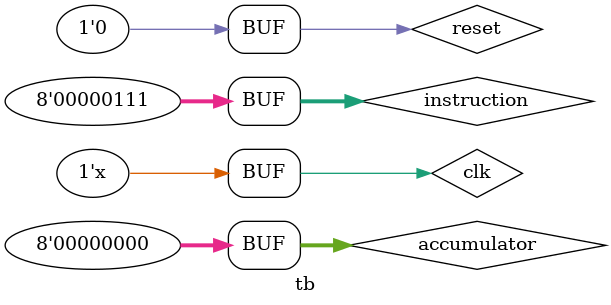
<source format=v>
`timescale 1ns / 1ps


module tb(

    );
    reg clk, reset;
    reg [7:0] instruction, accumulator;
    wire [2:0] alu_select;
    wire wr_en, PC_en, A_en, ins_store_en;
    wire addr_mux;
    wire data_mux;
    wire [1:0] PC_mux, state, pin;
    wire addr_select, mem_select;
    wire [7:0] ins_store;
    controller dut(.clk(clk), .instruction(instruction), .accumulator(accumulator), .alu_select(alu_select),
    .wr_en(wr_en), .PC_en(PC_en), .A_en(A_en), .ins_store_en(ins_store_en), .addr_mux(addr_mux),
    .data_mux(data_mux), .PC_mux(PC_mux), .state(state), .pin(pin), .addr_select(addr_select), 
    .mem_select(mem_select), .ins_store(ins_store));
    
    always #50 clk = ~clk;
    
    initial begin
//        ins_store_en = 1'b1;
        clk = 0;
        instruction = 8'b00000111;
        accumulator = 8'b0;
        reset = 1'b0; #1
        reset = 1'b1; #220
        reset = 1'b0;
    end
    
endmodule

</source>
